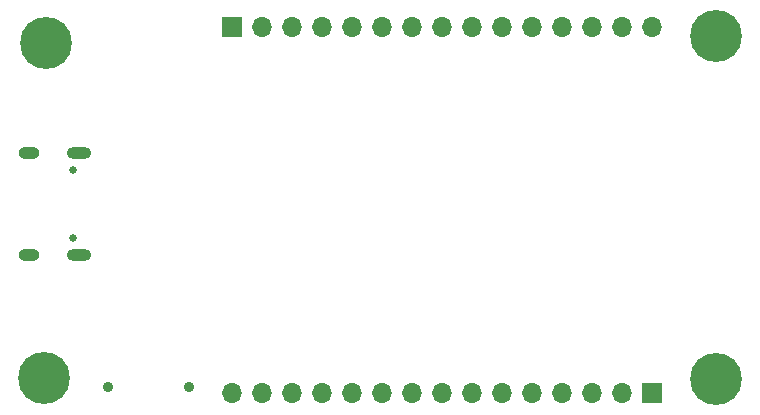
<source format=gbr>
%TF.GenerationSoftware,KiCad,Pcbnew,7.0.5-0*%
%TF.CreationDate,2024-04-27T19:16:13+02:00*%
%TF.ProjectId,esp32-eter,65737033-322d-4657-9465-722e6b696361,rev?*%
%TF.SameCoordinates,Original*%
%TF.FileFunction,Soldermask,Bot*%
%TF.FilePolarity,Negative*%
%FSLAX46Y46*%
G04 Gerber Fmt 4.6, Leading zero omitted, Abs format (unit mm)*
G04 Created by KiCad (PCBNEW 7.0.5-0) date 2024-04-27 19:16:13*
%MOMM*%
%LPD*%
G01*
G04 APERTURE LIST*
%ADD10R,1.700000X1.700000*%
%ADD11O,1.700000X1.700000*%
%ADD12C,0.700000*%
%ADD13C,4.400000*%
%ADD14C,0.650000*%
%ADD15O,2.100000X1.000000*%
%ADD16O,1.800000X1.000000*%
%ADD17C,0.900000*%
G04 APERTURE END LIST*
D10*
%TO.C,J2*%
X121620000Y-83000000D03*
D11*
X119080000Y-83000000D03*
X116540000Y-83000000D03*
X114000000Y-83000000D03*
X111460000Y-83000000D03*
X108920000Y-83000000D03*
X106380000Y-83000000D03*
X103840000Y-83000000D03*
X101300000Y-83000000D03*
X98760000Y-83000000D03*
X96220000Y-83000000D03*
X93680000Y-83000000D03*
X91140000Y-83000000D03*
X88600000Y-83000000D03*
X86060000Y-83000000D03*
%TD*%
D10*
%TO.C,J3*%
X86060000Y-52000000D03*
D11*
X88600000Y-52000000D03*
X91140000Y-52000000D03*
X93680000Y-52000000D03*
X96220000Y-52000000D03*
X98760000Y-52000000D03*
X101300000Y-52000000D03*
X103840000Y-52000000D03*
X106380000Y-52000000D03*
X108920000Y-52000000D03*
X111460000Y-52000000D03*
X114000000Y-52000000D03*
X116540000Y-52000000D03*
X119080000Y-52000000D03*
X121620000Y-52000000D03*
%TD*%
D12*
%TO.C,H4*%
X125383274Y-81833274D03*
X125866548Y-80666548D03*
X125866548Y-83000000D03*
X127033274Y-80183274D03*
D13*
X127033274Y-81833274D03*
D12*
X127033274Y-83483274D03*
X128200000Y-80666548D03*
X128200000Y-83000000D03*
X128683274Y-81833274D03*
%TD*%
D14*
%TO.C,J1*%
X72605000Y-64110000D03*
X72605000Y-69890000D03*
D15*
X73105000Y-62680000D03*
D16*
X68925000Y-62680000D03*
D15*
X73105000Y-71320000D03*
D16*
X68925000Y-71320000D03*
%TD*%
D17*
%TO.C,EN*%
X75600000Y-82500000D03*
X82400000Y-82500000D03*
%TD*%
D12*
%TO.C,H2*%
X125430000Y-52750000D03*
X125913274Y-51583274D03*
X125913274Y-53916726D03*
X127080000Y-51100000D03*
D13*
X127080000Y-52750000D03*
D12*
X127080000Y-54400000D03*
X128246726Y-51583274D03*
X128246726Y-53916726D03*
X128730000Y-52750000D03*
%TD*%
%TO.C,H3*%
X68516726Y-81750000D03*
X69000000Y-80583274D03*
X69000000Y-82916726D03*
X70166726Y-80100000D03*
D13*
X70166726Y-81750000D03*
D12*
X70166726Y-83400000D03*
X71333452Y-80583274D03*
X71333452Y-82916726D03*
X71816726Y-81750000D03*
%TD*%
%TO.C,H1*%
X68683274Y-53333274D03*
X69166548Y-52166548D03*
X69166548Y-54500000D03*
X70333274Y-51683274D03*
D13*
X70333274Y-53333274D03*
D12*
X70333274Y-54983274D03*
X71500000Y-52166548D03*
X71500000Y-54500000D03*
X71983274Y-53333274D03*
%TD*%
M02*

</source>
